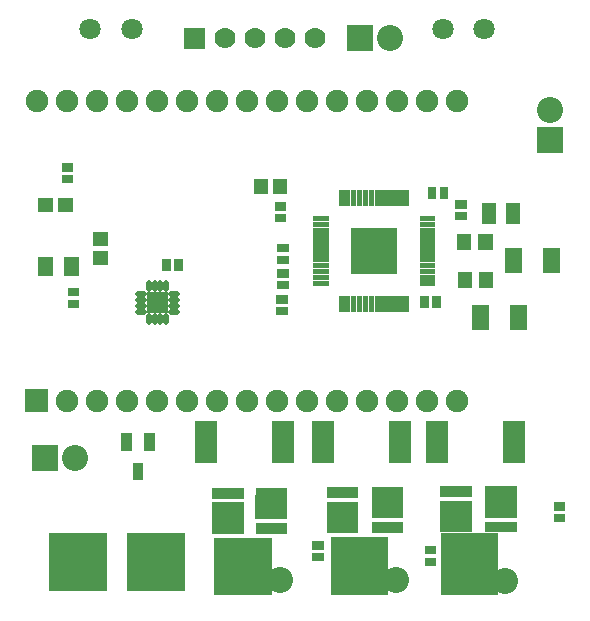
<source format=gts>
G04 Layer: TopSolderMaskLayer*
G04 EasyEDA v6.3.43, 2020-06-06T21:57:39--5:00*
G04 e15436741f6a4511bf69b1aef7df7d06,7c1e8d740ba24e6f83eb2d53d3341807,10*
G04 Gerber Generator version 0.2*
G04 Scale: 100 percent, Rotated: No, Reflected: No *
G04 Dimensions in millimeters *
G04 leading zeros omitted , absolute positions ,3 integer and 3 decimal *
%FSLAX33Y33*%
%MOMM*%
G90*
G71D02*

%ADD65C,0.483210*%
%ADD66C,3.703193*%
%ADD67C,2.203196*%
%ADD70C,1.803197*%
%ADD76R,2.683205X2.003196*%
%ADD88C,1.778000*%
%ADD90C,1.903197*%

%LPD*%
G54D65*
G01X14275Y27159D02*
G01X14275Y26639D01*
G01X14776Y27159D02*
G01X14776Y26639D01*
G01X15273Y27159D02*
G01X15273Y26639D01*
G01X15774Y27159D02*
G01X15774Y26639D01*
G01X16164Y26249D02*
G01X16684Y26249D01*
G01X16164Y25748D02*
G01X16684Y25748D01*
G01X16164Y25251D02*
G01X16684Y25251D01*
G01X16164Y24750D02*
G01X16684Y24750D01*
G01X15774Y24360D02*
G01X15774Y23840D01*
G01X15273Y24360D02*
G01X15273Y23840D01*
G01X14776Y24360D02*
G01X14776Y23840D01*
G01X14275Y24360D02*
G01X14275Y23840D01*
G01X13365Y24750D02*
G01X13885Y24750D01*
G01X13365Y25251D02*
G01X13885Y25251D01*
G01X13365Y25748D02*
G01X13885Y25748D01*
G01X13365Y26249D02*
G01X13885Y26249D01*
G54D66*
G01X22263Y3181D03*
G01X32169Y3181D03*
G01X41440Y3181D03*
G54D67*
G01X25438Y2038D03*
G01X35217Y2038D03*
G01X44488Y1911D03*
G36*
G01X12421Y1085D02*
G01X12421Y6040D01*
G01X17374Y6040D01*
G01X17374Y1085D01*
G01X12421Y1085D01*
G37*
G36*
G01X5817Y1085D02*
G01X5817Y6040D01*
G01X10770Y6040D01*
G01X10770Y1085D01*
G01X5817Y1085D01*
G37*
G36*
G01X47196Y38148D02*
G01X47196Y40351D01*
G01X49401Y40351D01*
G01X49401Y38148D01*
G01X47196Y38148D01*
G37*
G01X48298Y41789D03*
G36*
G01X4397Y11224D02*
G01X4397Y13427D01*
G01X6602Y13427D01*
G01X6602Y11224D01*
G01X4397Y11224D01*
G37*
G01X8039Y12325D03*
G54D70*
G01X39182Y48647D03*
G01X42683Y48647D03*
G01X12838Y48647D03*
G01X9337Y48647D03*
G36*
G01X6904Y35603D02*
G01X6904Y36307D01*
G01X7907Y36307D01*
G01X7907Y35603D01*
G01X6904Y35603D01*
G37*
G36*
G01X6904Y36604D02*
G01X6904Y37308D01*
G01X7907Y37308D01*
G01X7907Y36604D01*
G01X6904Y36604D01*
G37*
G36*
G01X4940Y27780D02*
G01X4940Y29383D01*
G01X6144Y29383D01*
G01X6144Y27780D01*
G01X4940Y27780D01*
G37*
G36*
G01X7140Y27780D02*
G01X7140Y29383D01*
G01X8344Y29383D01*
G01X8344Y27780D01*
G01X7140Y27780D01*
G37*
G36*
G01X7412Y26063D02*
G01X7412Y26767D01*
G01X8415Y26767D01*
G01X8415Y26063D01*
G01X7412Y26063D01*
G37*
G36*
G01X7412Y25062D02*
G01X7412Y25766D01*
G01X8415Y25766D01*
G01X8415Y25062D01*
G01X7412Y25062D01*
G37*
G36*
G01X4890Y33193D02*
G01X4890Y34387D01*
G01X6185Y34387D01*
G01X6185Y33193D01*
G01X4890Y33193D01*
G37*
G36*
G01X6591Y33193D02*
G01X6591Y34387D01*
G01X7887Y34387D01*
G01X7887Y33193D01*
G01X6591Y33193D01*
G37*
G36*
G01X37638Y3218D02*
G01X37638Y3922D01*
G01X38641Y3922D01*
G01X38641Y3218D01*
G01X37638Y3218D01*
G37*
G36*
G01X37638Y4219D02*
G01X37638Y4923D01*
G01X38641Y4923D01*
G01X38641Y4219D01*
G01X37638Y4219D01*
G37*
G36*
G01X48560Y6901D02*
G01X48560Y7605D01*
G01X49563Y7605D01*
G01X49563Y6901D01*
G01X48560Y6901D01*
G37*
G36*
G01X48560Y7902D02*
G01X48560Y8606D01*
G01X49563Y8606D01*
G01X49563Y7902D01*
G01X48560Y7902D01*
G37*
G36*
G01X28113Y3599D02*
G01X28113Y4303D01*
G01X29116Y4303D01*
G01X29116Y3599D01*
G01X28113Y3599D01*
G37*
G36*
G01X28113Y4600D02*
G01X28113Y5304D01*
G01X29116Y5304D01*
G01X29116Y4600D01*
G01X28113Y4600D01*
G37*
G36*
G01X44879Y23211D02*
G01X44879Y25316D01*
G01X46281Y25316D01*
G01X46281Y23211D01*
G01X44879Y23211D01*
G37*
G36*
G01X41679Y23211D02*
G01X41679Y25316D01*
G01X43081Y25316D01*
G01X43081Y23211D01*
G01X41679Y23211D01*
G37*
G36*
G01X44473Y28037D02*
G01X44473Y30142D01*
G01X45875Y30142D01*
G01X45875Y28037D01*
G01X44473Y28037D01*
G37*
G36*
G01X47673Y28037D02*
G01X47673Y30142D01*
G01X49075Y30142D01*
G01X49075Y28037D01*
G01X47673Y28037D01*
G37*
G36*
G01X31316Y8987D02*
G01X31316Y9888D01*
G01X32019Y9888D01*
G01X32019Y8987D01*
G01X31316Y8987D01*
G37*
G36*
G01X30658Y8987D02*
G01X30658Y9888D01*
G01X31359Y9888D01*
G01X31359Y8987D01*
G01X30658Y8987D01*
G37*
G36*
G01X29998Y8987D02*
G01X29998Y9888D01*
G01X30701Y9888D01*
G01X30701Y8987D01*
G01X29998Y8987D01*
G37*
G36*
G01X29337Y8987D02*
G01X29337Y9888D01*
G01X30041Y9888D01*
G01X30041Y8987D01*
G01X29337Y8987D01*
G37*
G36*
G01X29337Y6017D02*
G01X29337Y6919D01*
G01X30041Y6919D01*
G01X30041Y6017D01*
G01X29337Y6017D01*
G37*
G36*
G01X29998Y6017D02*
G01X29998Y6919D01*
G01X30701Y6919D01*
G01X30701Y6017D01*
G01X29998Y6017D01*
G37*
G36*
G01X30658Y6017D02*
G01X30658Y6919D01*
G01X31359Y6919D01*
G01X31359Y6017D01*
G01X30658Y6017D01*
G37*
G36*
G01X31316Y6017D02*
G01X31316Y6919D01*
G01X32019Y6919D01*
G01X32019Y6017D01*
G01X31316Y6017D01*
G37*
G36*
G01X29337Y6665D02*
G01X29337Y8669D01*
G01X32019Y8669D01*
G01X32019Y6665D01*
G01X29337Y6665D01*
G37*
G36*
G01X21633Y8913D02*
G01X21633Y9817D01*
G01X22334Y9817D01*
G01X22334Y8913D01*
G01X21633Y8913D01*
G37*
G36*
G01X20973Y8913D02*
G01X20973Y9817D01*
G01X21674Y9817D01*
G01X21674Y8913D01*
G01X20973Y8913D01*
G37*
G36*
G01X20313Y8913D02*
G01X20313Y9817D01*
G01X21016Y9817D01*
G01X21016Y8913D01*
G01X20313Y8913D01*
G37*
G36*
G01X19652Y8913D02*
G01X19652Y9817D01*
G01X20356Y9817D01*
G01X20356Y8913D01*
G01X19652Y8913D01*
G37*
G36*
G01X19652Y5944D02*
G01X19652Y6848D01*
G01X20356Y6848D01*
G01X20356Y5944D01*
G01X19652Y5944D01*
G37*
G36*
G01X20313Y5944D02*
G01X20313Y6848D01*
G01X21016Y6848D01*
G01X21016Y5944D01*
G01X20313Y5944D01*
G37*
G36*
G01X20973Y5944D02*
G01X20973Y6848D01*
G01X21674Y6848D01*
G01X21674Y5944D01*
G01X20973Y5944D01*
G37*
G36*
G01X21633Y5944D02*
G01X21633Y6848D01*
G01X22334Y6848D01*
G01X22334Y5944D01*
G01X21633Y5944D01*
G37*
G36*
G01X19652Y6594D02*
G01X19652Y8598D01*
G01X22334Y8598D01*
G01X22334Y6594D01*
G01X19652Y6594D01*
G37*
G36*
G01X31067Y46784D02*
G01X31067Y48987D01*
G01X33272Y48987D01*
G01X33272Y46784D01*
G01X31067Y46784D01*
G37*
G54D67*
G01X34709Y47885D03*
G36*
G01X42507Y32149D02*
G01X42507Y33904D01*
G01X43708Y33904D01*
G01X43708Y32149D01*
G01X42507Y32149D01*
G37*
G36*
G01X44506Y32149D02*
G01X44506Y33904D01*
G01X45710Y33904D01*
G01X45710Y32149D01*
G01X44506Y32149D01*
G37*
G36*
G01X13871Y12974D02*
G01X13871Y14430D01*
G01X14775Y14430D01*
G01X14775Y12974D01*
G01X13871Y12974D01*
G37*
G36*
G01X11971Y12974D02*
G01X11971Y14430D01*
G01X12875Y14430D01*
G01X12875Y12974D01*
G01X11971Y12974D01*
G37*
G36*
G01X12921Y10475D02*
G01X12921Y11930D01*
G01X13825Y11930D01*
G01X13825Y10475D01*
G01X12921Y10475D01*
G37*
G36*
G01X23335Y5944D02*
G01X23335Y6848D01*
G01X24039Y6848D01*
G01X24039Y5944D01*
G01X23335Y5944D01*
G37*
G36*
G01X23996Y5944D02*
G01X23996Y6848D01*
G01X24699Y6848D01*
G01X24699Y5944D01*
G01X23996Y5944D01*
G37*
G36*
G01X24656Y5944D02*
G01X24656Y6848D01*
G01X25357Y6848D01*
G01X25357Y5944D01*
G01X24656Y5944D01*
G37*
G36*
G01X25314Y5944D02*
G01X25314Y6848D01*
G01X26017Y6848D01*
G01X26017Y5944D01*
G01X25314Y5944D01*
G37*
G36*
G01X25316Y8913D02*
G01X25316Y9817D01*
G01X26017Y9817D01*
G01X26017Y8913D01*
G01X25316Y8913D01*
G37*
G36*
G01X24656Y8913D02*
G01X24656Y9817D01*
G01X25357Y9817D01*
G01X25357Y8913D01*
G01X24656Y8913D01*
G37*
G36*
G01X23996Y8913D02*
G01X23996Y9817D01*
G01X24699Y9817D01*
G01X24699Y8913D01*
G01X23996Y8913D01*
G37*
G36*
G01X23335Y8913D02*
G01X23335Y9817D01*
G01X24039Y9817D01*
G01X24039Y8913D01*
G01X23335Y8913D01*
G37*
G54D76*
G01X24676Y8165D03*
G36*
G01X33147Y6017D02*
G01X33147Y6919D01*
G01X33851Y6919D01*
G01X33851Y6017D01*
G01X33147Y6017D01*
G37*
G36*
G01X33808Y6017D02*
G01X33808Y6919D01*
G01X34511Y6919D01*
G01X34511Y6017D01*
G01X33808Y6017D01*
G37*
G36*
G01X34468Y6017D02*
G01X34468Y6919D01*
G01X35169Y6919D01*
G01X35169Y6017D01*
G01X34468Y6017D01*
G37*
G36*
G01X35126Y6017D02*
G01X35126Y6919D01*
G01X35829Y6919D01*
G01X35829Y6017D01*
G01X35126Y6017D01*
G37*
G36*
G01X35126Y8987D02*
G01X35126Y9888D01*
G01X35829Y9888D01*
G01X35829Y8987D01*
G01X35126Y8987D01*
G37*
G36*
G01X34468Y8987D02*
G01X34468Y9888D01*
G01X35169Y9888D01*
G01X35169Y8987D01*
G01X34468Y8987D01*
G37*
G36*
G01X33808Y8987D02*
G01X33808Y9888D01*
G01X34511Y9888D01*
G01X34511Y8987D01*
G01X33808Y8987D01*
G37*
G36*
G01X33147Y8987D02*
G01X33147Y9888D01*
G01X33851Y9888D01*
G01X33851Y8987D01*
G01X33147Y8987D01*
G37*
G36*
G01X33147Y7237D02*
G01X33147Y9241D01*
G01X35829Y9241D01*
G01X35829Y7237D01*
G01X33147Y7237D01*
G37*
G36*
G01X42766Y6071D02*
G01X42766Y6975D01*
G01X43470Y6975D01*
G01X43470Y6071D01*
G01X42766Y6071D01*
G37*
G36*
G01X43427Y6071D02*
G01X43427Y6975D01*
G01X44130Y6975D01*
G01X44130Y6071D01*
G01X43427Y6071D01*
G37*
G36*
G01X44087Y6071D02*
G01X44087Y6975D01*
G01X44788Y6975D01*
G01X44788Y6071D01*
G01X44087Y6071D01*
G37*
G36*
G01X44745Y6071D02*
G01X44745Y6975D01*
G01X45448Y6975D01*
G01X45448Y6071D01*
G01X44745Y6071D01*
G37*
G36*
G01X44747Y9040D02*
G01X44747Y9944D01*
G01X45448Y9944D01*
G01X45448Y9040D01*
G01X44747Y9040D01*
G37*
G36*
G01X44087Y9040D02*
G01X44087Y9944D01*
G01X44788Y9944D01*
G01X44788Y9040D01*
G01X44087Y9040D01*
G37*
G36*
G01X43427Y9040D02*
G01X43427Y9944D01*
G01X44130Y9944D01*
G01X44130Y9040D01*
G01X43427Y9040D01*
G37*
G36*
G01X42766Y9040D02*
G01X42766Y9944D01*
G01X43470Y9944D01*
G01X43470Y9040D01*
G01X42766Y9040D01*
G37*
G01X44107Y8292D03*
G36*
G01X40937Y9040D02*
G01X40937Y9944D01*
G01X41638Y9944D01*
G01X41638Y9040D01*
G01X40937Y9040D01*
G37*
G36*
G01X40277Y9040D02*
G01X40277Y9944D01*
G01X40978Y9944D01*
G01X40978Y9040D01*
G01X40277Y9040D01*
G37*
G36*
G01X39617Y9040D02*
G01X39617Y9944D01*
G01X40320Y9944D01*
G01X40320Y9040D01*
G01X39617Y9040D01*
G37*
G36*
G01X38956Y9040D02*
G01X38956Y9944D01*
G01X39660Y9944D01*
G01X39660Y9040D01*
G01X38956Y9040D01*
G37*
G36*
G01X38956Y6071D02*
G01X38956Y6975D01*
G01X39660Y6975D01*
G01X39660Y6071D01*
G01X38956Y6071D01*
G37*
G36*
G01X39617Y6071D02*
G01X39617Y6975D01*
G01X40320Y6975D01*
G01X40320Y6071D01*
G01X39617Y6071D01*
G37*
G36*
G01X40277Y6071D02*
G01X40277Y6975D01*
G01X40978Y6975D01*
G01X40978Y6071D01*
G01X40277Y6071D01*
G37*
G36*
G01X40937Y6071D02*
G01X40937Y6975D01*
G01X41638Y6975D01*
G01X41638Y6071D01*
G01X40937Y6071D01*
G37*
G36*
G01X38956Y6721D02*
G01X38956Y8725D01*
G01X41638Y8725D01*
G01X41638Y6721D01*
G01X38956Y6721D01*
G37*
G36*
G01X14123Y24597D02*
G01X14123Y26401D01*
G01X15926Y26401D01*
G01X15926Y24597D01*
G01X14123Y24597D01*
G37*
G36*
G01X25136Y28781D02*
G01X25136Y29484D01*
G01X26139Y29484D01*
G01X26139Y28781D01*
G01X25136Y28781D01*
G37*
G36*
G01X25136Y29779D02*
G01X25136Y30483D01*
G01X26139Y30483D01*
G01X26139Y29779D01*
G01X25136Y29779D01*
G37*
G36*
G01X25136Y26622D02*
G01X25136Y27325D01*
G01X26139Y27325D01*
G01X26139Y26622D01*
G01X25136Y26622D01*
G37*
G36*
G01X25136Y27620D02*
G01X25136Y28324D01*
G01X26139Y28324D01*
G01X26139Y27620D01*
G01X25136Y27620D01*
G37*
G36*
G01X25065Y25428D02*
G01X25065Y26132D01*
G01X26068Y26132D01*
G01X26068Y25428D01*
G01X25065Y25428D01*
G37*
G36*
G01X25065Y24427D02*
G01X25065Y25131D01*
G01X26068Y25131D01*
G01X26068Y24427D01*
G01X25065Y24427D01*
G37*
G36*
G01X44298Y11971D02*
G01X44298Y15474D01*
G01X46101Y15474D01*
G01X46101Y11971D01*
G01X44298Y11971D01*
G37*
G36*
G01X37798Y11971D02*
G01X37798Y15474D01*
G01X39601Y15474D01*
G01X39601Y11971D01*
G01X37798Y11971D01*
G37*
G36*
G01X28146Y11971D02*
G01X28146Y15474D01*
G01X29949Y15474D01*
G01X29949Y11971D01*
G01X28146Y11971D01*
G37*
G36*
G01X34646Y11971D02*
G01X34646Y15474D01*
G01X36449Y15474D01*
G01X36449Y11971D01*
G01X34646Y11971D01*
G37*
G36*
G01X24740Y11971D02*
G01X24740Y15474D01*
G01X26543Y15474D01*
G01X26543Y11971D01*
G01X24740Y11971D01*
G37*
G36*
G01X18240Y11971D02*
G01X18240Y15474D01*
G01X20043Y15474D01*
G01X20043Y11971D01*
G01X18240Y11971D01*
G37*
G36*
G01X9548Y30305D02*
G01X9548Y31506D01*
G01X10851Y31506D01*
G01X10851Y30305D01*
G01X9548Y30305D01*
G37*
G36*
G01X9548Y28705D02*
G01X9548Y29906D01*
G01X10851Y29906D01*
G01X10851Y28705D01*
G01X9548Y28705D01*
G37*
G36*
G01X24818Y34694D02*
G01X24818Y36000D01*
G01X26022Y36000D01*
G01X26022Y34694D01*
G01X24818Y34694D01*
G37*
G36*
G01X23218Y34694D02*
G01X23218Y36000D01*
G01X24422Y36000D01*
G01X24422Y34694D01*
G01X23218Y34694D01*
G37*
G36*
G01X40249Y32464D02*
G01X40249Y33167D01*
G01X41252Y33167D01*
G01X41252Y32464D01*
G01X40249Y32464D01*
G37*
G36*
G01X40249Y33462D02*
G01X40249Y34166D01*
G01X41252Y34166D01*
G01X41252Y33462D01*
G01X40249Y33462D01*
G37*
G36*
G01X37922Y34303D02*
G01X37922Y35306D01*
G01X38626Y35306D01*
G01X38626Y34303D01*
G01X37922Y34303D01*
G37*
G36*
G01X38923Y34303D02*
G01X38923Y35306D01*
G01X39624Y35306D01*
G01X39624Y34303D01*
G01X38923Y34303D01*
G37*
G36*
G01X38286Y25032D02*
G01X38286Y26035D01*
G01X38989Y26035D01*
G01X38989Y25032D01*
G01X38286Y25032D01*
G37*
G36*
G01X37287Y25032D02*
G01X37287Y26035D01*
G01X37991Y26035D01*
G01X37991Y25032D01*
G01X37287Y25032D01*
G37*
G36*
G01X24938Y32301D02*
G01X24938Y33005D01*
G01X25941Y33005D01*
G01X25941Y32301D01*
G01X24938Y32301D01*
G37*
G36*
G01X24938Y33302D02*
G01X24938Y34006D01*
G01X25941Y34006D01*
G01X25941Y33302D01*
G01X24938Y33302D01*
G37*
G36*
G01X16442Y28207D02*
G01X16442Y29210D01*
G01X17145Y29210D01*
G01X17145Y28207D01*
G01X16442Y28207D01*
G37*
G36*
G01X15443Y28207D02*
G01X15443Y29210D01*
G01X16147Y29210D01*
G01X16147Y28207D01*
G01X15443Y28207D01*
G37*
G36*
G01X35906Y33714D02*
G01X35906Y35060D01*
G01X36363Y35060D01*
G01X36363Y33714D01*
G01X35906Y33714D01*
G37*
G36*
G01X35405Y33714D02*
G01X35405Y35060D01*
G01X35862Y35060D01*
G01X35862Y33714D01*
G01X35405Y33714D01*
G37*
G36*
G01X34905Y33714D02*
G01X34905Y35060D01*
G01X35362Y35060D01*
G01X35362Y33714D01*
G01X34905Y33714D01*
G37*
G36*
G01X34404Y33714D02*
G01X34404Y35060D01*
G01X34862Y35060D01*
G01X34862Y33714D01*
G01X34404Y33714D01*
G37*
G36*
G01X33904Y33714D02*
G01X33904Y35060D01*
G01X34361Y35060D01*
G01X34361Y33714D01*
G01X33904Y33714D01*
G37*
G36*
G01X33404Y33714D02*
G01X33404Y35060D01*
G01X33861Y35060D01*
G01X33861Y33714D01*
G01X33404Y33714D01*
G37*
G36*
G01X32906Y33714D02*
G01X32906Y35060D01*
G01X33363Y35060D01*
G01X33363Y33714D01*
G01X32906Y33714D01*
G37*
G36*
G01X32405Y33714D02*
G01X32405Y35060D01*
G01X32863Y35060D01*
G01X32863Y33714D01*
G01X32405Y33714D01*
G37*
G36*
G01X31905Y33714D02*
G01X31905Y35060D01*
G01X32362Y35060D01*
G01X32362Y33714D01*
G01X31905Y33714D01*
G37*
G36*
G01X31405Y33714D02*
G01X31405Y35060D01*
G01X31862Y35060D01*
G01X31862Y33714D01*
G01X31405Y33714D01*
G37*
G36*
G01X30904Y33714D02*
G01X30904Y35060D01*
G01X31362Y35060D01*
G01X31362Y33714D01*
G01X30904Y33714D01*
G37*
G36*
G01X30404Y33714D02*
G01X30404Y35060D01*
G01X30861Y35060D01*
G01X30861Y33714D01*
G01X30404Y33714D01*
G37*
G36*
G01X28209Y32408D02*
G01X28209Y32865D01*
G01X29556Y32865D01*
G01X29556Y32408D01*
G01X28209Y32408D01*
G37*
G36*
G01X28209Y31908D02*
G01X28209Y32365D01*
G01X29556Y32365D01*
G01X29556Y31908D01*
G01X28209Y31908D01*
G37*
G36*
G01X28209Y31407D02*
G01X28209Y31864D01*
G01X29556Y31864D01*
G01X29556Y31407D01*
G01X28209Y31407D01*
G37*
G36*
G01X28209Y30907D02*
G01X28209Y31364D01*
G01X29556Y31364D01*
G01X29556Y30907D01*
G01X28209Y30907D01*
G37*
G36*
G01X28209Y30406D02*
G01X28209Y30864D01*
G01X29556Y30864D01*
G01X29556Y30406D01*
G01X28209Y30406D01*
G37*
G36*
G01X28209Y29906D02*
G01X28209Y30363D01*
G01X29556Y30363D01*
G01X29556Y29906D01*
G01X28209Y29906D01*
G37*
G36*
G01X28209Y29408D02*
G01X28209Y29865D01*
G01X29556Y29865D01*
G01X29556Y29408D01*
G01X28209Y29408D01*
G37*
G36*
G01X28209Y28908D02*
G01X28209Y29365D01*
G01X29556Y29365D01*
G01X29556Y28908D01*
G01X28209Y28908D01*
G37*
G36*
G01X28209Y28407D02*
G01X28209Y28865D01*
G01X29556Y28865D01*
G01X29556Y28407D01*
G01X28209Y28407D01*
G37*
G36*
G01X28209Y27907D02*
G01X28209Y28364D01*
G01X29556Y28364D01*
G01X29556Y27907D01*
G01X28209Y27907D01*
G37*
G36*
G01X28209Y27407D02*
G01X28209Y27864D01*
G01X29556Y27864D01*
G01X29556Y27407D01*
G01X28209Y27407D01*
G37*
G36*
G01X28209Y26906D02*
G01X28209Y27364D01*
G01X29556Y27364D01*
G01X29556Y26906D01*
G01X28209Y26906D01*
G37*
G36*
G01X30404Y24712D02*
G01X30404Y26058D01*
G01X30861Y26058D01*
G01X30861Y24712D01*
G01X30404Y24712D01*
G37*
G36*
G01X30904Y24712D02*
G01X30904Y26058D01*
G01X31362Y26058D01*
G01X31362Y24712D01*
G01X30904Y24712D01*
G37*
G36*
G01X31405Y24712D02*
G01X31405Y26058D01*
G01X31862Y26058D01*
G01X31862Y24712D01*
G01X31405Y24712D01*
G37*
G36*
G01X31905Y24712D02*
G01X31905Y26058D01*
G01X32362Y26058D01*
G01X32362Y24712D01*
G01X31905Y24712D01*
G37*
G36*
G01X32405Y24712D02*
G01X32405Y26058D01*
G01X32863Y26058D01*
G01X32863Y24712D01*
G01X32405Y24712D01*
G37*
G36*
G01X32906Y24712D02*
G01X32906Y26058D01*
G01X33363Y26058D01*
G01X33363Y24712D01*
G01X32906Y24712D01*
G37*
G36*
G01X33404Y24712D02*
G01X33404Y26058D01*
G01X33861Y26058D01*
G01X33861Y24712D01*
G01X33404Y24712D01*
G37*
G36*
G01X33904Y24712D02*
G01X33904Y26058D01*
G01X34361Y26058D01*
G01X34361Y24712D01*
G01X33904Y24712D01*
G37*
G36*
G01X34404Y24712D02*
G01X34404Y26058D01*
G01X34862Y26058D01*
G01X34862Y24712D01*
G01X34404Y24712D01*
G37*
G36*
G01X34905Y24712D02*
G01X34905Y26058D01*
G01X35362Y26058D01*
G01X35362Y24712D01*
G01X34905Y24712D01*
G37*
G36*
G01X35405Y24712D02*
G01X35405Y26058D01*
G01X35862Y26058D01*
G01X35862Y24712D01*
G01X35405Y24712D01*
G37*
G36*
G01X35906Y24712D02*
G01X35906Y26058D01*
G01X36363Y26058D01*
G01X36363Y24712D01*
G01X35906Y24712D01*
G37*
G36*
G01X37211Y26883D02*
G01X37211Y27386D01*
G01X38557Y27386D01*
G01X38557Y26883D01*
G01X37211Y26883D01*
G37*
G36*
G01X37211Y27407D02*
G01X37211Y27864D01*
G01X38557Y27864D01*
G01X38557Y27407D01*
G01X37211Y27407D01*
G37*
G36*
G01X37211Y27907D02*
G01X37211Y28364D01*
G01X38557Y28364D01*
G01X38557Y27907D01*
G01X37211Y27907D01*
G37*
G36*
G01X37211Y28407D02*
G01X37211Y28865D01*
G01X38557Y28865D01*
G01X38557Y28407D01*
G01X37211Y28407D01*
G37*
G36*
G01X37211Y28908D02*
G01X37211Y29365D01*
G01X38557Y29365D01*
G01X38557Y28908D01*
G01X37211Y28908D01*
G37*
G36*
G01X37211Y29408D02*
G01X37211Y29865D01*
G01X38557Y29865D01*
G01X38557Y29408D01*
G01X37211Y29408D01*
G37*
G36*
G01X37211Y29906D02*
G01X37211Y30363D01*
G01X38557Y30363D01*
G01X38557Y29906D01*
G01X37211Y29906D01*
G37*
G36*
G01X37211Y30406D02*
G01X37211Y30864D01*
G01X38557Y30864D01*
G01X38557Y30406D01*
G01X37211Y30406D01*
G37*
G36*
G01X37211Y30907D02*
G01X37211Y31364D01*
G01X38557Y31364D01*
G01X38557Y30907D01*
G01X37211Y30907D01*
G37*
G36*
G01X37211Y31407D02*
G01X37211Y31864D01*
G01X38557Y31864D01*
G01X38557Y31407D01*
G01X37211Y31407D01*
G37*
G36*
G01X37211Y31908D02*
G01X37211Y32365D01*
G01X38557Y32365D01*
G01X38557Y31908D01*
G01X37211Y31908D01*
G37*
G36*
G01X37211Y32408D02*
G01X37211Y32865D01*
G01X38557Y32865D01*
G01X38557Y32408D01*
G01X37211Y32408D01*
G37*
G36*
G01X31433Y27935D02*
G01X31433Y31836D01*
G01X35334Y31836D01*
G01X35334Y27935D01*
G01X31433Y27935D01*
G37*
G36*
G01X42248Y26787D02*
G01X42248Y28090D01*
G01X43449Y28090D01*
G01X43449Y26787D01*
G01X42248Y26787D01*
G37*
G36*
G01X40447Y26787D02*
G01X40447Y28090D01*
G01X41651Y28090D01*
G01X41651Y26787D01*
G01X40447Y26787D01*
G37*
G36*
G01X40391Y29995D02*
G01X40391Y31301D01*
G01X41595Y31301D01*
G01X41595Y29995D01*
G01X40391Y29995D01*
G37*
G36*
G01X42192Y29995D02*
G01X42192Y31301D01*
G01X43393Y31301D01*
G01X43393Y29995D01*
G01X42192Y29995D01*
G37*
G54D88*
G01X28359Y47885D03*
G01X25819Y47885D03*
G01X23279Y47885D03*
G01X20739Y47885D03*
G36*
G01X17310Y46998D02*
G01X17310Y48776D01*
G01X19088Y48776D01*
G01X19088Y46998D01*
G01X17310Y46998D01*
G37*
G54D90*
G01X4788Y42551D03*
G01X7328Y42551D03*
G01X9875Y42539D03*
G01X12415Y42539D03*
G01X14955Y42539D03*
G01X17495Y42539D03*
G01X20035Y42539D03*
G01X22575Y42539D03*
G01X25115Y42539D03*
G01X27655Y42539D03*
G01X30195Y42539D03*
G01X32735Y42539D03*
G01X35275Y42539D03*
G01X37815Y42539D03*
G01X40355Y42539D03*
G36*
G01X3836Y16251D02*
G01X3836Y18153D01*
G01X5741Y18153D01*
G01X5741Y16251D01*
G01X3836Y16251D01*
G37*
G01X7328Y17202D03*
G01X9875Y17190D03*
G01X12415Y17190D03*
G01X14955Y17190D03*
G01X17495Y17190D03*
G01X20035Y17190D03*
G01X22575Y17190D03*
G01X25115Y17190D03*
G01X27655Y17190D03*
G01X30195Y17190D03*
G01X32735Y17190D03*
G01X35275Y17190D03*
G01X37815Y17190D03*
G01X40355Y17190D03*
G36*
G01X39015Y5988D02*
G01X43866Y5988D01*
G01X43866Y1137D01*
G01X39015Y1137D01*
G01X39015Y5988D01*
G37*
G36*
G01X39015Y5607D02*
G01X43866Y5607D01*
G01X43866Y756D01*
G01X39015Y756D01*
G01X39015Y5607D01*
G37*
G36*
G01X19838Y5607D02*
G01X24689Y5607D01*
G01X24689Y756D01*
G01X19838Y756D01*
G01X19838Y5607D01*
G37*
G36*
G01X29718Y5633D02*
G01X34570Y5633D01*
G01X34570Y781D01*
G01X29718Y781D01*
G01X29718Y5633D01*
G37*
M00*
M02*

</source>
